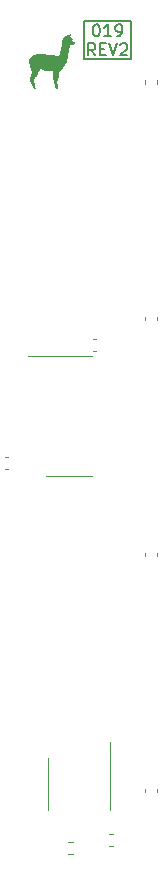
<source format=gbr>
%TF.GenerationSoftware,KiCad,Pcbnew,7.0.5+dfsg-2*%
%TF.CreationDate,2023-07-22T00:58:44+02:00*%
%TF.ProjectId,019-tayloe-quadrature-product-detector,3031392d-7461-4796-9c6f-652d71756164,2*%
%TF.SameCoordinates,Original*%
%TF.FileFunction,Legend,Top*%
%TF.FilePolarity,Positive*%
%FSLAX46Y46*%
G04 Gerber Fmt 4.6, Leading zero omitted, Abs format (unit mm)*
G04 Created by KiCad (PCBNEW 7.0.5+dfsg-2) date 2023-07-22 00:58:44*
%MOMM*%
%LPD*%
G01*
G04 APERTURE LIST*
%ADD10C,0.150000*%
%ADD11C,0.120000*%
G04 APERTURE END LIST*
D10*
X142800000Y-61600000D02*
X146800000Y-61600000D01*
X146800000Y-64800000D01*
X142800000Y-64800000D01*
X142800000Y-61600000D01*
X143800000Y-61849819D02*
X143895238Y-61849819D01*
X143895238Y-61849819D02*
X143990476Y-61897438D01*
X143990476Y-61897438D02*
X144038095Y-61945057D01*
X144038095Y-61945057D02*
X144085714Y-62040295D01*
X144085714Y-62040295D02*
X144133333Y-62230771D01*
X144133333Y-62230771D02*
X144133333Y-62468866D01*
X144133333Y-62468866D02*
X144085714Y-62659342D01*
X144085714Y-62659342D02*
X144038095Y-62754580D01*
X144038095Y-62754580D02*
X143990476Y-62802200D01*
X143990476Y-62802200D02*
X143895238Y-62849819D01*
X143895238Y-62849819D02*
X143800000Y-62849819D01*
X143800000Y-62849819D02*
X143704762Y-62802200D01*
X143704762Y-62802200D02*
X143657143Y-62754580D01*
X143657143Y-62754580D02*
X143609524Y-62659342D01*
X143609524Y-62659342D02*
X143561905Y-62468866D01*
X143561905Y-62468866D02*
X143561905Y-62230771D01*
X143561905Y-62230771D02*
X143609524Y-62040295D01*
X143609524Y-62040295D02*
X143657143Y-61945057D01*
X143657143Y-61945057D02*
X143704762Y-61897438D01*
X143704762Y-61897438D02*
X143800000Y-61849819D01*
X145085714Y-62849819D02*
X144514286Y-62849819D01*
X144800000Y-62849819D02*
X144800000Y-61849819D01*
X144800000Y-61849819D02*
X144704762Y-61992676D01*
X144704762Y-61992676D02*
X144609524Y-62087914D01*
X144609524Y-62087914D02*
X144514286Y-62135533D01*
X145561905Y-62849819D02*
X145752381Y-62849819D01*
X145752381Y-62849819D02*
X145847619Y-62802200D01*
X145847619Y-62802200D02*
X145895238Y-62754580D01*
X145895238Y-62754580D02*
X145990476Y-62611723D01*
X145990476Y-62611723D02*
X146038095Y-62421247D01*
X146038095Y-62421247D02*
X146038095Y-62040295D01*
X146038095Y-62040295D02*
X145990476Y-61945057D01*
X145990476Y-61945057D02*
X145942857Y-61897438D01*
X145942857Y-61897438D02*
X145847619Y-61849819D01*
X145847619Y-61849819D02*
X145657143Y-61849819D01*
X145657143Y-61849819D02*
X145561905Y-61897438D01*
X145561905Y-61897438D02*
X145514286Y-61945057D01*
X145514286Y-61945057D02*
X145466667Y-62040295D01*
X145466667Y-62040295D02*
X145466667Y-62278390D01*
X145466667Y-62278390D02*
X145514286Y-62373628D01*
X145514286Y-62373628D02*
X145561905Y-62421247D01*
X145561905Y-62421247D02*
X145657143Y-62468866D01*
X145657143Y-62468866D02*
X145847619Y-62468866D01*
X145847619Y-62468866D02*
X145942857Y-62421247D01*
X145942857Y-62421247D02*
X145990476Y-62373628D01*
X145990476Y-62373628D02*
X146038095Y-62278390D01*
X143752380Y-64459819D02*
X143419047Y-63983628D01*
X143180952Y-64459819D02*
X143180952Y-63459819D01*
X143180952Y-63459819D02*
X143561904Y-63459819D01*
X143561904Y-63459819D02*
X143657142Y-63507438D01*
X143657142Y-63507438D02*
X143704761Y-63555057D01*
X143704761Y-63555057D02*
X143752380Y-63650295D01*
X143752380Y-63650295D02*
X143752380Y-63793152D01*
X143752380Y-63793152D02*
X143704761Y-63888390D01*
X143704761Y-63888390D02*
X143657142Y-63936009D01*
X143657142Y-63936009D02*
X143561904Y-63983628D01*
X143561904Y-63983628D02*
X143180952Y-63983628D01*
X144180952Y-63936009D02*
X144514285Y-63936009D01*
X144657142Y-64459819D02*
X144180952Y-64459819D01*
X144180952Y-64459819D02*
X144180952Y-63459819D01*
X144180952Y-63459819D02*
X144657142Y-63459819D01*
X144942857Y-63459819D02*
X145276190Y-64459819D01*
X145276190Y-64459819D02*
X145609523Y-63459819D01*
X145895238Y-63555057D02*
X145942857Y-63507438D01*
X145942857Y-63507438D02*
X146038095Y-63459819D01*
X146038095Y-63459819D02*
X146276190Y-63459819D01*
X146276190Y-63459819D02*
X146371428Y-63507438D01*
X146371428Y-63507438D02*
X146419047Y-63555057D01*
X146419047Y-63555057D02*
X146466666Y-63650295D01*
X146466666Y-63650295D02*
X146466666Y-63745533D01*
X146466666Y-63745533D02*
X146419047Y-63888390D01*
X146419047Y-63888390D02*
X145847619Y-64459819D01*
X145847619Y-64459819D02*
X146466666Y-64459819D01*
D11*
%TO.C,C3*%
X136365580Y-99510000D02*
X136084420Y-99510000D01*
X136365580Y-98490000D02*
X136084420Y-98490000D01*
%TO.C,R3*%
X141444542Y-131077500D02*
X141919058Y-131077500D01*
X141444542Y-132122500D02*
X141919058Y-132122500D01*
%TO.C,C2*%
X143865580Y-89510000D02*
X143584420Y-89510000D01*
X143865580Y-88490000D02*
X143584420Y-88490000D01*
%TO.C,C4*%
X147990000Y-106865580D02*
X147990000Y-106584420D01*
X149010000Y-106865580D02*
X149010000Y-106584420D01*
%TO.C,U1*%
X144977600Y-126193000D02*
X144977600Y-122593000D01*
X144977600Y-126193000D02*
X144977600Y-128393000D01*
X139757600Y-126193000D02*
X139757600Y-123993000D01*
X139757600Y-126193000D02*
X139757600Y-128393000D01*
%TO.C,U2*%
X141500000Y-89940000D02*
X138050000Y-89940000D01*
X141500000Y-89940000D02*
X143450000Y-89940000D01*
X141500000Y-100060000D02*
X139550000Y-100060000D01*
X141500000Y-100060000D02*
X143450000Y-100060000D01*
%TO.C,C1*%
X144959420Y-130390000D02*
X145240580Y-130390000D01*
X144959420Y-131410000D02*
X145240580Y-131410000D01*
%TO.C,C6*%
X147990000Y-66865580D02*
X147990000Y-66584420D01*
X149010000Y-66865580D02*
X149010000Y-66584420D01*
%TO.C,C5*%
X147990000Y-86865580D02*
X147990000Y-86584420D01*
X149010000Y-86865580D02*
X149010000Y-86584420D01*
%TO.C,G\u002A\u002A\u002A*%
G36*
X141707208Y-62614917D02*
G01*
X141721780Y-62622643D01*
X141727638Y-62638791D01*
X141724986Y-62666038D01*
X141714028Y-62707062D01*
X141695246Y-62763741D01*
X141678860Y-62810446D01*
X141664665Y-62849625D01*
X141654112Y-62877364D01*
X141648650Y-62889745D01*
X141648486Y-62889946D01*
X141654138Y-62897178D01*
X141673545Y-62911565D01*
X141702518Y-62930004D01*
X141702794Y-62930170D01*
X141765684Y-62973854D01*
X141813512Y-63019631D01*
X141845324Y-63065750D01*
X141860162Y-63110459D01*
X141857070Y-63152007D01*
X141840520Y-63182445D01*
X141820991Y-63206562D01*
X141877555Y-63240636D01*
X141917737Y-63266699D01*
X141959250Y-63296467D01*
X141980607Y-63313250D01*
X142006661Y-63335927D01*
X142019745Y-63352611D01*
X142023211Y-63369984D01*
X142020661Y-63393124D01*
X142015636Y-63432872D01*
X142012184Y-63473169D01*
X142012056Y-63475472D01*
X142006709Y-63506817D01*
X141992958Y-63524471D01*
X141987295Y-63527764D01*
X141964024Y-63544266D01*
X141944294Y-63564253D01*
X141934232Y-63575038D01*
X141921977Y-63582474D01*
X141903462Y-63587419D01*
X141874622Y-63590732D01*
X141831391Y-63593272D01*
X141800502Y-63594630D01*
X141740844Y-63598231D01*
X141695936Y-63603279D01*
X141668140Y-63609464D01*
X141661407Y-63612879D01*
X141649381Y-63631376D01*
X141640328Y-63659745D01*
X141639450Y-63664547D01*
X141632091Y-63690629D01*
X141617507Y-63728695D01*
X141598200Y-63772492D01*
X141586787Y-63796135D01*
X141569617Y-63831648D01*
X141556241Y-63863117D01*
X141545437Y-63894981D01*
X141535983Y-63931679D01*
X141526657Y-63977652D01*
X141516238Y-64037340D01*
X141510003Y-64075142D01*
X141498611Y-64150475D01*
X141487513Y-64233726D01*
X141477703Y-64316757D01*
X141470177Y-64391427D01*
X141467711Y-64421318D01*
X141453479Y-64570850D01*
X141434101Y-64703435D01*
X141409013Y-64822278D01*
X141378053Y-64929366D01*
X141349141Y-65007130D01*
X141316299Y-65074946D01*
X141276020Y-65138510D01*
X141224798Y-65203520D01*
X141175643Y-65258199D01*
X141077329Y-65375280D01*
X140993806Y-65501629D01*
X140931364Y-65621186D01*
X140903186Y-65677903D01*
X140877811Y-65720375D01*
X140851675Y-65754018D01*
X140828482Y-65777604D01*
X140800811Y-65802117D01*
X140778251Y-65819713D01*
X140765568Y-65826682D01*
X140765395Y-65826688D01*
X140753451Y-65833218D01*
X140741919Y-65853767D01*
X140730392Y-65889773D01*
X140718459Y-65942674D01*
X140705712Y-66013910D01*
X140697702Y-66064739D01*
X140682935Y-66157753D01*
X140668702Y-66236626D01*
X140653537Y-66307789D01*
X140635974Y-66377671D01*
X140614550Y-66452702D01*
X140594147Y-66519151D01*
X140573662Y-66588767D01*
X140559937Y-66648459D01*
X140552673Y-66703792D01*
X140551572Y-66760332D01*
X140556334Y-66823643D01*
X140566662Y-66899292D01*
X140571976Y-66932384D01*
X140581863Y-66993891D01*
X140591097Y-67054175D01*
X140598842Y-67107582D01*
X140604263Y-67148460D01*
X140605561Y-67159723D01*
X140612893Y-67204728D01*
X140626368Y-67241894D01*
X140650004Y-67281963D01*
X140652923Y-67286310D01*
X140693121Y-67345728D01*
X140391035Y-67345728D01*
X140398018Y-67312144D01*
X140406666Y-67282384D01*
X140417092Y-67259536D01*
X140421952Y-67245992D01*
X140419574Y-67227580D01*
X140408787Y-67199446D01*
X140396054Y-67172292D01*
X140376050Y-67126603D01*
X140359018Y-67076762D01*
X140343853Y-67018573D01*
X140329451Y-66947840D01*
X140315851Y-66867612D01*
X140305774Y-66815487D01*
X140290904Y-66752618D01*
X140273420Y-66687715D01*
X140259042Y-66640272D01*
X140239373Y-66577432D01*
X140224185Y-66523154D01*
X140212556Y-66472312D01*
X140203565Y-66419774D01*
X140196290Y-66360411D01*
X140189810Y-66289094D01*
X140185282Y-66229699D01*
X140180007Y-66126544D01*
X140179205Y-66027802D01*
X140182780Y-65938429D01*
X140190634Y-65863381D01*
X140192649Y-65850881D01*
X140198285Y-65818238D01*
X140013062Y-65823960D01*
X139892262Y-65825480D01*
X139787165Y-65821724D01*
X139693384Y-65812274D01*
X139606532Y-65796713D01*
X139535335Y-65778501D01*
X139428868Y-65739636D01*
X139339540Y-65689590D01*
X139266909Y-65628052D01*
X139210536Y-65554711D01*
X139204435Y-65544391D01*
X139175907Y-65494600D01*
X139168639Y-65523556D01*
X139148777Y-65580742D01*
X139118034Y-65643838D01*
X139080847Y-65704875D01*
X139041648Y-65755885D01*
X139035826Y-65762224D01*
X139001823Y-65799253D01*
X138979015Y-65828535D01*
X138963853Y-65856807D01*
X138952786Y-65890804D01*
X138942267Y-65937262D01*
X138941407Y-65941406D01*
X138922253Y-66014043D01*
X138895078Y-66080397D01*
X138857410Y-66144725D01*
X138806775Y-66211286D01*
X138744562Y-66280306D01*
X138700655Y-66327086D01*
X138669096Y-66363066D01*
X138647302Y-66391736D01*
X138632691Y-66416586D01*
X138622679Y-66441105D01*
X138620484Y-66447943D01*
X138606617Y-66510336D01*
X138598490Y-66583767D01*
X138596652Y-66659269D01*
X138601650Y-66727875D01*
X138602867Y-66736045D01*
X138621849Y-66852191D01*
X138638653Y-66949249D01*
X138653608Y-67028646D01*
X138667045Y-67091809D01*
X138679292Y-67140166D01*
X138690680Y-67175143D01*
X138701537Y-67198166D01*
X138712194Y-67210664D01*
X138712536Y-67210907D01*
X138743036Y-67236176D01*
X138770562Y-67265811D01*
X138789476Y-67293348D01*
X138793891Y-67304120D01*
X138795244Y-67313632D01*
X138790936Y-67319721D01*
X138777416Y-67323146D01*
X138751136Y-67324671D01*
X138708547Y-67325054D01*
X138696219Y-67325061D01*
X138593072Y-67325061D01*
X138595449Y-67296643D01*
X138593369Y-67278430D01*
X138582341Y-67257689D01*
X138559769Y-67230433D01*
X138536582Y-67206224D01*
X138493768Y-67157147D01*
X138454802Y-67099598D01*
X138418211Y-67030726D01*
X138382517Y-66947679D01*
X138346246Y-66847608D01*
X138337706Y-66822003D01*
X138302894Y-66710358D01*
X138277616Y-66613609D01*
X138261922Y-66528285D01*
X138255862Y-66450921D01*
X138259487Y-66378048D01*
X138272846Y-66306198D01*
X138295988Y-66231903D01*
X138328964Y-66151696D01*
X138347925Y-66110862D01*
X138363244Y-66077573D01*
X138373181Y-66050567D01*
X138378868Y-66023669D01*
X138381433Y-65990701D01*
X138382007Y-65945488D01*
X138381942Y-65924857D01*
X138374037Y-65813717D01*
X138351457Y-65689349D01*
X138314436Y-65552839D01*
X138279648Y-65449512D01*
X138261521Y-65395325D01*
X138244501Y-65337402D01*
X138231243Y-65285050D01*
X138227106Y-65265233D01*
X138214411Y-65208368D01*
X138200643Y-65165227D01*
X138186695Y-65137191D01*
X138173461Y-65125643D01*
X138161834Y-65131965D01*
X138153974Y-65152044D01*
X138149203Y-65168673D01*
X138144810Y-65170196D01*
X138137896Y-65154900D01*
X138132125Y-65139127D01*
X138121228Y-65090843D01*
X138117240Y-65030839D01*
X138119967Y-64966803D01*
X138129216Y-64906422D01*
X138138838Y-64872197D01*
X138186099Y-64769316D01*
X138251074Y-64675424D01*
X138332531Y-64591243D01*
X138429242Y-64517494D01*
X138539977Y-64454898D01*
X138663509Y-64404178D01*
X138798607Y-64366054D01*
X138944042Y-64341248D01*
X139059642Y-64331795D01*
X139147425Y-64329758D01*
X139231499Y-64332317D01*
X139316776Y-64340018D01*
X139408169Y-64353405D01*
X139510590Y-64373023D01*
X139591711Y-64390808D01*
X139687807Y-64412345D01*
X139767579Y-64429200D01*
X139834708Y-64441879D01*
X139892875Y-64450889D01*
X139945762Y-64456737D01*
X139997049Y-64459929D01*
X140050417Y-64460973D01*
X140098629Y-64460575D01*
X140154738Y-64459915D01*
X140199013Y-64460589D01*
X140237320Y-64463316D01*
X140275528Y-64468818D01*
X140319505Y-64477819D01*
X140375120Y-64491038D01*
X140403604Y-64498082D01*
X140475622Y-64515214D01*
X140531279Y-64526183D01*
X140573946Y-64530976D01*
X140606992Y-64529581D01*
X140633788Y-64521987D01*
X140657703Y-64508180D01*
X140671833Y-64497109D01*
X140692889Y-64476673D01*
X140710733Y-64452129D01*
X140726651Y-64420341D01*
X140741925Y-64378173D01*
X140757840Y-64322489D01*
X140775680Y-64250153D01*
X140779346Y-64234469D01*
X140796905Y-64162770D01*
X140818065Y-64082312D01*
X140840306Y-64002374D01*
X140861109Y-63932234D01*
X140863452Y-63924717D01*
X140878978Y-63874113D01*
X140891303Y-63830295D01*
X140901226Y-63788944D01*
X140909547Y-63745741D01*
X140917065Y-63696365D01*
X140924579Y-63636498D01*
X140932889Y-63561819D01*
X140936002Y-63532628D01*
X140947098Y-63430493D01*
X140956972Y-63346407D01*
X140966097Y-63277821D01*
X140974945Y-63222188D01*
X140983991Y-63176957D01*
X140993707Y-63139582D01*
X141004567Y-63107513D01*
X141017044Y-63078202D01*
X141022488Y-63066892D01*
X141043227Y-63027695D01*
X141064341Y-62995534D01*
X141089403Y-62966760D01*
X141121983Y-62937721D01*
X141165654Y-62904766D01*
X141214198Y-62870923D01*
X141263880Y-62834968D01*
X141315539Y-62794307D01*
X141361923Y-62754795D01*
X141386890Y-62731435D01*
X141418275Y-62702043D01*
X141445322Y-62679904D01*
X141464140Y-62668049D01*
X141469559Y-62667005D01*
X141483132Y-62681623D01*
X141484744Y-62711606D01*
X141474416Y-62755478D01*
X141468097Y-62773543D01*
X141456615Y-62805332D01*
X141448850Y-62828941D01*
X141446704Y-62837728D01*
X141453034Y-62835813D01*
X141469982Y-62821540D01*
X141494485Y-62798042D01*
X141523480Y-62768450D01*
X141553903Y-62735896D01*
X141582693Y-62703515D01*
X141606785Y-62674437D01*
X141608411Y-62672355D01*
X141635607Y-62639612D01*
X141656294Y-62621160D01*
X141674724Y-62613645D01*
X141683716Y-62612937D01*
X141707208Y-62614917D01*
G37*
%TO.C,C7*%
X147990000Y-126865580D02*
X147990000Y-126584420D01*
X149010000Y-126865580D02*
X149010000Y-126584420D01*
%TD*%
M02*

</source>
